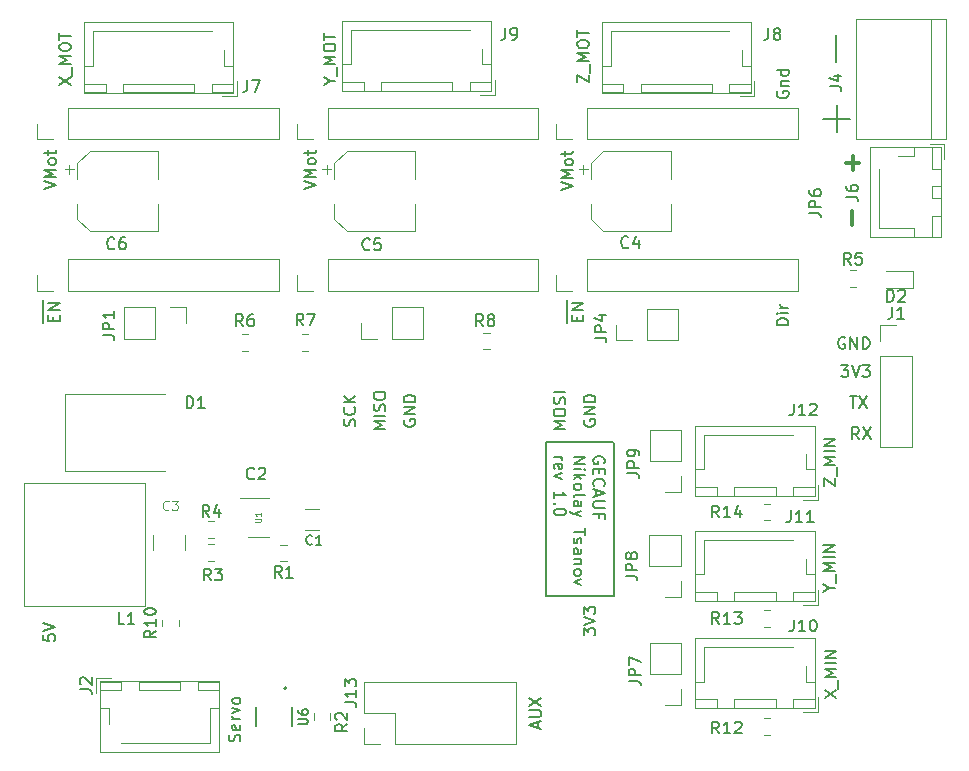
<source format=gbr>
G04 #@! TF.GenerationSoftware,KiCad,Pcbnew,5.1.5*
G04 #@! TF.CreationDate,2020-07-04T13:20:11+02:00*
G04 #@! TF.ProjectId,GECAUF,47454341-5546-42e6-9b69-6361645f7063,1.0*
G04 #@! TF.SameCoordinates,Original*
G04 #@! TF.FileFunction,Legend,Top*
G04 #@! TF.FilePolarity,Positive*
%FSLAX46Y46*%
G04 Gerber Fmt 4.6, Leading zero omitted, Abs format (unit mm)*
G04 Created by KiCad (PCBNEW 5.1.5) date 2020-07-04 13:20:11*
%MOMM*%
%LPD*%
G04 APERTURE LIST*
%ADD10C,0.150000*%
%ADD11C,0.300000*%
%ADD12C,0.120000*%
%ADD13C,0.127000*%
%ADD14C,0.200000*%
%ADD15C,0.080000*%
G04 APERTURE END LIST*
D10*
X150332440Y-149128480D02*
X150332440Y-136154160D01*
X144622520Y-149128480D02*
X150332440Y-149128480D01*
X144622520Y-136088120D02*
X144622520Y-149128480D01*
X150230840Y-136088120D02*
X144622520Y-136088120D01*
X149536040Y-137831444D02*
X149583659Y-137736206D01*
X149583659Y-137593349D01*
X149536040Y-137450492D01*
X149440801Y-137355254D01*
X149345563Y-137307635D01*
X149155087Y-137260016D01*
X149012230Y-137260016D01*
X148821754Y-137307635D01*
X148726516Y-137355254D01*
X148631278Y-137450492D01*
X148583659Y-137593349D01*
X148583659Y-137688587D01*
X148631278Y-137831444D01*
X148678897Y-137879063D01*
X149012230Y-137879063D01*
X149012230Y-137688587D01*
X149107468Y-138307635D02*
X149107468Y-138640968D01*
X148583659Y-138783825D02*
X148583659Y-138307635D01*
X149583659Y-138307635D01*
X149583659Y-138783825D01*
X148678897Y-139783825D02*
X148631278Y-139736206D01*
X148583659Y-139593349D01*
X148583659Y-139498111D01*
X148631278Y-139355254D01*
X148726516Y-139260016D01*
X148821754Y-139212397D01*
X149012230Y-139164778D01*
X149155087Y-139164778D01*
X149345563Y-139212397D01*
X149440801Y-139260016D01*
X149536040Y-139355254D01*
X149583659Y-139498111D01*
X149583659Y-139593349D01*
X149536040Y-139736206D01*
X149488420Y-139783825D01*
X148869373Y-140164778D02*
X148869373Y-140640968D01*
X148583659Y-140069540D02*
X149583659Y-140402873D01*
X148583659Y-140736206D01*
X149583659Y-141069540D02*
X148774135Y-141069540D01*
X148678897Y-141117159D01*
X148631278Y-141164778D01*
X148583659Y-141260016D01*
X148583659Y-141450492D01*
X148631278Y-141545730D01*
X148678897Y-141593349D01*
X148774135Y-141640968D01*
X149583659Y-141640968D01*
X149107468Y-142450492D02*
X149107468Y-142117159D01*
X148583659Y-142117159D02*
X149583659Y-142117159D01*
X149583659Y-142593349D01*
X146933659Y-137307635D02*
X147933659Y-137307635D01*
X146933659Y-137879063D01*
X147933659Y-137879063D01*
X146933659Y-138355254D02*
X147600325Y-138355254D01*
X147933659Y-138355254D02*
X147886040Y-138307635D01*
X147838420Y-138355254D01*
X147886040Y-138402873D01*
X147933659Y-138355254D01*
X147838420Y-138355254D01*
X146933659Y-138831444D02*
X147933659Y-138831444D01*
X147314611Y-138926682D02*
X146933659Y-139212397D01*
X147600325Y-139212397D02*
X147219373Y-138831444D01*
X146933659Y-139783825D02*
X146981278Y-139688587D01*
X147028897Y-139640968D01*
X147124135Y-139593349D01*
X147409849Y-139593349D01*
X147505087Y-139640968D01*
X147552706Y-139688587D01*
X147600325Y-139783825D01*
X147600325Y-139926682D01*
X147552706Y-140021920D01*
X147505087Y-140069540D01*
X147409849Y-140117159D01*
X147124135Y-140117159D01*
X147028897Y-140069540D01*
X146981278Y-140021920D01*
X146933659Y-139926682D01*
X146933659Y-139783825D01*
X146933659Y-140688587D02*
X146981278Y-140593349D01*
X147076516Y-140545730D01*
X147933659Y-140545730D01*
X146933659Y-141498111D02*
X147457468Y-141498111D01*
X147552706Y-141450492D01*
X147600325Y-141355254D01*
X147600325Y-141164778D01*
X147552706Y-141069540D01*
X146981278Y-141498111D02*
X146933659Y-141402873D01*
X146933659Y-141164778D01*
X146981278Y-141069540D01*
X147076516Y-141021920D01*
X147171754Y-141021920D01*
X147266992Y-141069540D01*
X147314611Y-141164778D01*
X147314611Y-141402873D01*
X147362230Y-141498111D01*
X147600325Y-141879063D02*
X146933659Y-142117159D01*
X147600325Y-142355254D02*
X146933659Y-142117159D01*
X146695563Y-142021920D01*
X146647944Y-141974301D01*
X146600325Y-141879063D01*
X147933659Y-143355254D02*
X147933659Y-143926682D01*
X146933659Y-143640968D02*
X147933659Y-143640968D01*
X146981278Y-144212397D02*
X146933659Y-144307635D01*
X146933659Y-144498111D01*
X146981278Y-144593349D01*
X147076516Y-144640968D01*
X147124135Y-144640968D01*
X147219373Y-144593349D01*
X147266992Y-144498111D01*
X147266992Y-144355254D01*
X147314611Y-144260016D01*
X147409849Y-144212397D01*
X147457468Y-144212397D01*
X147552706Y-144260016D01*
X147600325Y-144355254D01*
X147600325Y-144498111D01*
X147552706Y-144593349D01*
X146933659Y-145498111D02*
X147457468Y-145498111D01*
X147552706Y-145450492D01*
X147600325Y-145355254D01*
X147600325Y-145164778D01*
X147552706Y-145069540D01*
X146981278Y-145498111D02*
X146933659Y-145402873D01*
X146933659Y-145164778D01*
X146981278Y-145069540D01*
X147076516Y-145021920D01*
X147171754Y-145021920D01*
X147266992Y-145069540D01*
X147314611Y-145164778D01*
X147314611Y-145402873D01*
X147362230Y-145498111D01*
X147600325Y-145974301D02*
X146933659Y-145974301D01*
X147505087Y-145974301D02*
X147552706Y-146021920D01*
X147600325Y-146117159D01*
X147600325Y-146260016D01*
X147552706Y-146355254D01*
X147457468Y-146402873D01*
X146933659Y-146402873D01*
X146933659Y-147021920D02*
X146981278Y-146926682D01*
X147028897Y-146879063D01*
X147124135Y-146831444D01*
X147409849Y-146831444D01*
X147505087Y-146879063D01*
X147552706Y-146926682D01*
X147600325Y-147021920D01*
X147600325Y-147164778D01*
X147552706Y-147260016D01*
X147505087Y-147307635D01*
X147409849Y-147355254D01*
X147124135Y-147355254D01*
X147028897Y-147307635D01*
X146981278Y-147260016D01*
X146933659Y-147164778D01*
X146933659Y-147021920D01*
X147600325Y-147688587D02*
X146933659Y-147926682D01*
X147600325Y-148164778D01*
X145283659Y-137307635D02*
X145950325Y-137307635D01*
X145759849Y-137307635D02*
X145855087Y-137355254D01*
X145902706Y-137402873D01*
X145950325Y-137498111D01*
X145950325Y-137593349D01*
X145331278Y-138307635D02*
X145283659Y-138212397D01*
X145283659Y-138021920D01*
X145331278Y-137926682D01*
X145426516Y-137879063D01*
X145807468Y-137879063D01*
X145902706Y-137926682D01*
X145950325Y-138021920D01*
X145950325Y-138212397D01*
X145902706Y-138307635D01*
X145807468Y-138355254D01*
X145712230Y-138355254D01*
X145616992Y-137879063D01*
X145950325Y-138688587D02*
X145283659Y-138926682D01*
X145950325Y-139164778D01*
X145283659Y-140831444D02*
X145283659Y-140260016D01*
X145283659Y-140545730D02*
X146283659Y-140545730D01*
X146140801Y-140450492D01*
X146045563Y-140355254D01*
X145997944Y-140260016D01*
X145378897Y-141260016D02*
X145331278Y-141307635D01*
X145283659Y-141260016D01*
X145331278Y-141212397D01*
X145378897Y-141260016D01*
X145283659Y-141260016D01*
X146283659Y-141926682D02*
X146283659Y-142021920D01*
X146236040Y-142117159D01*
X146188420Y-142164778D01*
X146093182Y-142212397D01*
X145902706Y-142260016D01*
X145664611Y-142260016D01*
X145474135Y-142212397D01*
X145378897Y-142164778D01*
X145331278Y-142117159D01*
X145283659Y-142021920D01*
X145283659Y-141926682D01*
X145331278Y-141831444D01*
X145378897Y-141783825D01*
X145474135Y-141736206D01*
X145664611Y-141688587D01*
X145902706Y-141688587D01*
X146093182Y-141736206D01*
X146188420Y-141783825D01*
X146236040Y-141831444D01*
X146283659Y-141926682D01*
X102043900Y-126007690D02*
X102043900Y-125102928D01*
X102887471Y-125769595D02*
X102887471Y-125436261D01*
X103411280Y-125293404D02*
X103411280Y-125769595D01*
X102411280Y-125769595D01*
X102411280Y-125293404D01*
X102043900Y-125102928D02*
X102043900Y-124055309D01*
X103411280Y-124864833D02*
X102411280Y-124864833D01*
X103411280Y-124293404D01*
X102411280Y-124293404D01*
X146392300Y-126007690D02*
X146392300Y-125102928D01*
X147235871Y-125769595D02*
X147235871Y-125436261D01*
X147759680Y-125293404D02*
X147759680Y-125769595D01*
X146759680Y-125769595D01*
X146759680Y-125293404D01*
X146392300Y-125102928D02*
X146392300Y-124055309D01*
X147759680Y-124864833D02*
X146759680Y-124864833D01*
X147759680Y-124293404D01*
X146759680Y-124293404D01*
X169900695Y-127211200D02*
X169805457Y-127163580D01*
X169662600Y-127163580D01*
X169519742Y-127211200D01*
X169424504Y-127306438D01*
X169376885Y-127401676D01*
X169329266Y-127592152D01*
X169329266Y-127735009D01*
X169376885Y-127925485D01*
X169424504Y-128020723D01*
X169519742Y-128115961D01*
X169662600Y-128163580D01*
X169757838Y-128163580D01*
X169900695Y-128115961D01*
X169948314Y-128068342D01*
X169948314Y-127735009D01*
X169757838Y-127735009D01*
X170376885Y-128163580D02*
X170376885Y-127163580D01*
X170948314Y-128163580D01*
X170948314Y-127163580D01*
X171424504Y-128163580D02*
X171424504Y-127163580D01*
X171662600Y-127163580D01*
X171805457Y-127211200D01*
X171900695Y-127306438D01*
X171948314Y-127401676D01*
X171995933Y-127592152D01*
X171995933Y-127735009D01*
X171948314Y-127925485D01*
X171900695Y-128020723D01*
X171805457Y-128115961D01*
X171662600Y-128163580D01*
X171424504Y-128163580D01*
X171105533Y-135808980D02*
X170772200Y-135332790D01*
X170534104Y-135808980D02*
X170534104Y-134808980D01*
X170915057Y-134808980D01*
X171010295Y-134856600D01*
X171057914Y-134904219D01*
X171105533Y-134999457D01*
X171105533Y-135142314D01*
X171057914Y-135237552D01*
X171010295Y-135285171D01*
X170915057Y-135332790D01*
X170534104Y-135332790D01*
X171438866Y-134808980D02*
X172105533Y-135808980D01*
X172105533Y-134808980D02*
X171438866Y-135808980D01*
X170332495Y-132167380D02*
X170903923Y-132167380D01*
X170618209Y-133167380D02*
X170618209Y-132167380D01*
X171142019Y-132167380D02*
X171808685Y-133167380D01*
X171808685Y-132167380D02*
X171142019Y-133167380D01*
X169576904Y-129551180D02*
X170195952Y-129551180D01*
X169862619Y-129932133D01*
X170005476Y-129932133D01*
X170100714Y-129979752D01*
X170148333Y-130027371D01*
X170195952Y-130122609D01*
X170195952Y-130360704D01*
X170148333Y-130455942D01*
X170100714Y-130503561D01*
X170005476Y-130551180D01*
X169719761Y-130551180D01*
X169624523Y-130503561D01*
X169576904Y-130455942D01*
X170481666Y-129551180D02*
X170815000Y-130551180D01*
X171148333Y-129551180D01*
X171386428Y-129551180D02*
X172005476Y-129551180D01*
X171672142Y-129932133D01*
X171815000Y-129932133D01*
X171910238Y-129979752D01*
X171957857Y-130027371D01*
X172005476Y-130122609D01*
X172005476Y-130360704D01*
X171957857Y-130455942D01*
X171910238Y-130503561D01*
X171815000Y-130551180D01*
X171529285Y-130551180D01*
X171434047Y-130503561D01*
X171386428Y-130455942D01*
D11*
X170541142Y-117665428D02*
X170541142Y-116522571D01*
X169989571Y-112438642D02*
X171132428Y-112438642D01*
X170561000Y-113010071D02*
X170561000Y-111867214D01*
D10*
X169140214Y-101600142D02*
X169140214Y-103885857D01*
X168084642Y-108672285D02*
X170370357Y-108672285D01*
X169227500Y-109815142D02*
X169227500Y-107529428D01*
D12*
X170316148Y-121514800D02*
X170838652Y-121514800D01*
X170316148Y-122934800D02*
X170838652Y-122934800D01*
X162235000Y-106750000D02*
X162235000Y-105500000D01*
X160985000Y-106750000D02*
X162235000Y-106750000D01*
X150085000Y-101250000D02*
X155635000Y-101250000D01*
X150085000Y-104200000D02*
X150085000Y-101250000D01*
X149335000Y-104200000D02*
X150085000Y-104200000D01*
X155635000Y-101250000D02*
X160125000Y-101250000D01*
X161185000Y-104200000D02*
X161185000Y-102860000D01*
X161935000Y-104200000D02*
X161185000Y-104200000D01*
X149335000Y-106450000D02*
X151135000Y-106450000D01*
X149335000Y-105700000D02*
X149335000Y-106450000D01*
X151135000Y-105700000D02*
X149335000Y-105700000D01*
X151135000Y-106450000D02*
X151135000Y-105700000D01*
X160135000Y-106450000D02*
X161935000Y-106450000D01*
X160135000Y-105700000D02*
X160135000Y-106450000D01*
X161935000Y-105700000D02*
X160135000Y-105700000D01*
X161935000Y-106450000D02*
X161935000Y-105700000D01*
X152635000Y-106450000D02*
X158635000Y-106450000D01*
X152635000Y-105700000D02*
X152635000Y-106450000D01*
X158635000Y-105700000D02*
X152635000Y-105700000D01*
X158635000Y-106450000D02*
X158635000Y-105700000D01*
X149325000Y-106460000D02*
X161945000Y-106460000D01*
X149325000Y-100490000D02*
X149325000Y-106460000D01*
X161945000Y-100490000D02*
X149325000Y-100490000D01*
X161945000Y-106460000D02*
X161945000Y-100490000D01*
X124175436Y-141711000D02*
X125379564Y-141711000D01*
X124175436Y-143531000D02*
X125379564Y-143531000D01*
X111352500Y-145164564D02*
X111352500Y-143960436D01*
X114072500Y-145164564D02*
X114072500Y-143960436D01*
X155208000Y-118218000D02*
X155208000Y-115868000D01*
X155208000Y-111398000D02*
X155208000Y-113748000D01*
X149452437Y-111398000D02*
X155208000Y-111398000D01*
X149452437Y-118218000D02*
X155208000Y-118218000D01*
X148388000Y-117153563D02*
X148388000Y-115868000D01*
X148388000Y-112462437D02*
X148388000Y-113748000D01*
X148388000Y-112462437D02*
X149452437Y-111398000D01*
X148388000Y-117153563D02*
X149452437Y-118218000D01*
X147360500Y-112960500D02*
X148148000Y-112960500D01*
X147754250Y-112566750D02*
X147754250Y-113354250D01*
X126037250Y-112566750D02*
X126037250Y-113354250D01*
X125643500Y-112960500D02*
X126431000Y-112960500D01*
X126671000Y-117153563D02*
X127735437Y-118218000D01*
X126671000Y-112462437D02*
X127735437Y-111398000D01*
X126671000Y-112462437D02*
X126671000Y-113748000D01*
X126671000Y-117153563D02*
X126671000Y-115868000D01*
X127735437Y-118218000D02*
X133491000Y-118218000D01*
X127735437Y-111398000D02*
X133491000Y-111398000D01*
X133491000Y-111398000D02*
X133491000Y-113748000D01*
X133491000Y-118218000D02*
X133491000Y-115868000D01*
X111708000Y-118218000D02*
X111708000Y-115868000D01*
X111708000Y-111398000D02*
X111708000Y-113748000D01*
X105952437Y-111398000D02*
X111708000Y-111398000D01*
X105952437Y-118218000D02*
X111708000Y-118218000D01*
X104888000Y-117153563D02*
X104888000Y-115868000D01*
X104888000Y-112462437D02*
X104888000Y-113748000D01*
X104888000Y-112462437D02*
X105952437Y-111398000D01*
X104888000Y-117153563D02*
X105952437Y-118218000D01*
X103860500Y-112960500D02*
X104648000Y-112960500D01*
X104254250Y-112566750D02*
X104254250Y-113354250D01*
X103912000Y-138505000D02*
X103912000Y-132005000D01*
X103912000Y-138505000D02*
X112312000Y-138505000D01*
X103912000Y-132005000D02*
X112312000Y-132005000D01*
X173418700Y-123010600D02*
X175703700Y-123010600D01*
X175703700Y-123010600D02*
X175703700Y-121540600D01*
X175703700Y-121540600D02*
X173418700Y-121540600D01*
X172914000Y-126178000D02*
X174244000Y-126178000D01*
X172914000Y-127508000D02*
X172914000Y-126178000D01*
X172914000Y-128778000D02*
X175574000Y-128778000D01*
X175574000Y-128778000D02*
X175574000Y-136458000D01*
X172914000Y-128778000D02*
X172914000Y-136458000D01*
X172914000Y-136458000D02*
X175574000Y-136458000D01*
X106817480Y-156320480D02*
X106817480Y-162290480D01*
X106817480Y-162290480D02*
X116937480Y-162290480D01*
X116937480Y-162290480D02*
X116937480Y-156320480D01*
X116937480Y-156320480D02*
X106817480Y-156320480D01*
X110127480Y-156330480D02*
X110127480Y-157080480D01*
X110127480Y-157080480D02*
X113627480Y-157080480D01*
X113627480Y-157080480D02*
X113627480Y-156330480D01*
X113627480Y-156330480D02*
X110127480Y-156330480D01*
X106827480Y-156330480D02*
X106827480Y-157080480D01*
X106827480Y-157080480D02*
X108627480Y-157080480D01*
X108627480Y-157080480D02*
X108627480Y-156330480D01*
X108627480Y-156330480D02*
X106827480Y-156330480D01*
X115127480Y-156330480D02*
X115127480Y-157080480D01*
X115127480Y-157080480D02*
X116927480Y-157080480D01*
X116927480Y-157080480D02*
X116927480Y-156330480D01*
X116927480Y-156330480D02*
X115127480Y-156330480D01*
X106827480Y-158580480D02*
X107577480Y-158580480D01*
X107577480Y-158580480D02*
X107577480Y-159920480D01*
X111877480Y-161530480D02*
X108637480Y-161530480D01*
X116927480Y-158580480D02*
X116177480Y-158580480D01*
X116177480Y-158580480D02*
X116177480Y-161530480D01*
X116177480Y-161530480D02*
X111877480Y-161530480D01*
X107777480Y-156030480D02*
X106527480Y-156030480D01*
X106527480Y-156030480D02*
X106527480Y-157280480D01*
X177165000Y-100203000D02*
X177165000Y-110363000D01*
X178435000Y-100203000D02*
X170815000Y-100203000D01*
X170815000Y-100203000D02*
X170815000Y-110363000D01*
X170815000Y-110363000D02*
X178435000Y-110363000D01*
X178435000Y-110363000D02*
X178435000Y-100203000D01*
X178327500Y-110815000D02*
X177077500Y-110815000D01*
X178327500Y-112065000D02*
X178327500Y-110815000D01*
X172827500Y-117965000D02*
X172827500Y-114915000D01*
X175777500Y-117965000D02*
X172827500Y-117965000D01*
X175777500Y-118715000D02*
X175777500Y-117965000D01*
X172827500Y-114915000D02*
X172827500Y-112925000D01*
X175777500Y-111865000D02*
X174437500Y-111865000D01*
X175777500Y-111115000D02*
X175777500Y-111865000D01*
X178027500Y-118715000D02*
X178027500Y-116915000D01*
X177277500Y-118715000D02*
X178027500Y-118715000D01*
X177277500Y-116915000D02*
X177277500Y-118715000D01*
X178027500Y-116915000D02*
X177277500Y-116915000D01*
X178027500Y-112915000D02*
X178027500Y-111115000D01*
X177277500Y-112915000D02*
X178027500Y-112915000D01*
X177277500Y-111115000D02*
X177277500Y-112915000D01*
X178027500Y-111115000D02*
X177277500Y-111115000D01*
X178027500Y-115415000D02*
X178027500Y-114415000D01*
X177277500Y-115415000D02*
X178027500Y-115415000D01*
X177277500Y-114415000D02*
X177277500Y-115415000D01*
X178027500Y-114415000D02*
X177277500Y-114415000D01*
X178037500Y-118725000D02*
X178037500Y-111105000D01*
X172067500Y-118725000D02*
X178037500Y-118725000D01*
X172067500Y-111105000D02*
X172067500Y-118725000D01*
X178037500Y-111105000D02*
X172067500Y-111105000D01*
X118130000Y-106460000D02*
X118130000Y-100490000D01*
X118130000Y-100490000D02*
X105510000Y-100490000D01*
X105510000Y-100490000D02*
X105510000Y-106460000D01*
X105510000Y-106460000D02*
X118130000Y-106460000D01*
X114820000Y-106450000D02*
X114820000Y-105700000D01*
X114820000Y-105700000D02*
X108820000Y-105700000D01*
X108820000Y-105700000D02*
X108820000Y-106450000D01*
X108820000Y-106450000D02*
X114820000Y-106450000D01*
X118120000Y-106450000D02*
X118120000Y-105700000D01*
X118120000Y-105700000D02*
X116320000Y-105700000D01*
X116320000Y-105700000D02*
X116320000Y-106450000D01*
X116320000Y-106450000D02*
X118120000Y-106450000D01*
X107320000Y-106450000D02*
X107320000Y-105700000D01*
X107320000Y-105700000D02*
X105520000Y-105700000D01*
X105520000Y-105700000D02*
X105520000Y-106450000D01*
X105520000Y-106450000D02*
X107320000Y-106450000D01*
X118120000Y-104200000D02*
X117370000Y-104200000D01*
X117370000Y-104200000D02*
X117370000Y-102860000D01*
X111820000Y-101250000D02*
X116310000Y-101250000D01*
X105520000Y-104200000D02*
X106270000Y-104200000D01*
X106270000Y-104200000D02*
X106270000Y-101250000D01*
X106270000Y-101250000D02*
X111820000Y-101250000D01*
X117170000Y-106750000D02*
X118420000Y-106750000D01*
X118420000Y-106750000D02*
X118420000Y-105500000D01*
X140264000Y-106636000D02*
X140264000Y-105386000D01*
X139014000Y-106636000D02*
X140264000Y-106636000D01*
X128114000Y-101136000D02*
X133664000Y-101136000D01*
X128114000Y-104086000D02*
X128114000Y-101136000D01*
X127364000Y-104086000D02*
X128114000Y-104086000D01*
X133664000Y-101136000D02*
X138154000Y-101136000D01*
X139214000Y-104086000D02*
X139214000Y-102746000D01*
X139964000Y-104086000D02*
X139214000Y-104086000D01*
X127364000Y-106336000D02*
X129164000Y-106336000D01*
X127364000Y-105586000D02*
X127364000Y-106336000D01*
X129164000Y-105586000D02*
X127364000Y-105586000D01*
X129164000Y-106336000D02*
X129164000Y-105586000D01*
X138164000Y-106336000D02*
X139964000Y-106336000D01*
X138164000Y-105586000D02*
X138164000Y-106336000D01*
X139964000Y-105586000D02*
X138164000Y-105586000D01*
X139964000Y-106336000D02*
X139964000Y-105586000D01*
X130664000Y-106336000D02*
X136664000Y-106336000D01*
X130664000Y-105586000D02*
X130664000Y-106336000D01*
X136664000Y-105586000D02*
X130664000Y-105586000D01*
X136664000Y-106336000D02*
X136664000Y-105586000D01*
X127354000Y-106346000D02*
X139974000Y-106346000D01*
X127354000Y-100376000D02*
X127354000Y-106346000D01*
X139974000Y-100376000D02*
X127354000Y-100376000D01*
X139974000Y-106346000D02*
X139974000Y-100376000D01*
X167650000Y-158896500D02*
X167650000Y-157646500D01*
X166400000Y-158896500D02*
X167650000Y-158896500D01*
X158000000Y-153396500D02*
X162300000Y-153396500D01*
X158000000Y-156346500D02*
X158000000Y-153396500D01*
X157250000Y-156346500D02*
X158000000Y-156346500D01*
X162300000Y-153396500D02*
X165540000Y-153396500D01*
X166600000Y-156346500D02*
X166600000Y-155006500D01*
X167350000Y-156346500D02*
X166600000Y-156346500D01*
X157250000Y-158596500D02*
X159050000Y-158596500D01*
X157250000Y-157846500D02*
X157250000Y-158596500D01*
X159050000Y-157846500D02*
X157250000Y-157846500D01*
X159050000Y-158596500D02*
X159050000Y-157846500D01*
X165550000Y-158596500D02*
X167350000Y-158596500D01*
X165550000Y-157846500D02*
X165550000Y-158596500D01*
X167350000Y-157846500D02*
X165550000Y-157846500D01*
X167350000Y-158596500D02*
X167350000Y-157846500D01*
X160550000Y-158596500D02*
X164050000Y-158596500D01*
X160550000Y-157846500D02*
X160550000Y-158596500D01*
X164050000Y-157846500D02*
X160550000Y-157846500D01*
X164050000Y-158596500D02*
X164050000Y-157846500D01*
X157240000Y-158606500D02*
X167360000Y-158606500D01*
X157240000Y-152636500D02*
X157240000Y-158606500D01*
X167360000Y-152636500D02*
X157240000Y-152636500D01*
X167360000Y-158606500D02*
X167360000Y-152636500D01*
X167360000Y-149526000D02*
X167360000Y-143556000D01*
X167360000Y-143556000D02*
X157240000Y-143556000D01*
X157240000Y-143556000D02*
X157240000Y-149526000D01*
X157240000Y-149526000D02*
X167360000Y-149526000D01*
X164050000Y-149516000D02*
X164050000Y-148766000D01*
X164050000Y-148766000D02*
X160550000Y-148766000D01*
X160550000Y-148766000D02*
X160550000Y-149516000D01*
X160550000Y-149516000D02*
X164050000Y-149516000D01*
X167350000Y-149516000D02*
X167350000Y-148766000D01*
X167350000Y-148766000D02*
X165550000Y-148766000D01*
X165550000Y-148766000D02*
X165550000Y-149516000D01*
X165550000Y-149516000D02*
X167350000Y-149516000D01*
X159050000Y-149516000D02*
X159050000Y-148766000D01*
X159050000Y-148766000D02*
X157250000Y-148766000D01*
X157250000Y-148766000D02*
X157250000Y-149516000D01*
X157250000Y-149516000D02*
X159050000Y-149516000D01*
X167350000Y-147266000D02*
X166600000Y-147266000D01*
X166600000Y-147266000D02*
X166600000Y-145926000D01*
X162300000Y-144316000D02*
X165540000Y-144316000D01*
X157250000Y-147266000D02*
X158000000Y-147266000D01*
X158000000Y-147266000D02*
X158000000Y-144316000D01*
X158000000Y-144316000D02*
X162300000Y-144316000D01*
X166400000Y-149816000D02*
X167650000Y-149816000D01*
X167650000Y-149816000D02*
X167650000Y-148566000D01*
X167650000Y-140926000D02*
X167650000Y-139676000D01*
X166400000Y-140926000D02*
X167650000Y-140926000D01*
X158000000Y-135426000D02*
X162300000Y-135426000D01*
X158000000Y-138376000D02*
X158000000Y-135426000D01*
X157250000Y-138376000D02*
X158000000Y-138376000D01*
X162300000Y-135426000D02*
X165540000Y-135426000D01*
X166600000Y-138376000D02*
X166600000Y-137036000D01*
X167350000Y-138376000D02*
X166600000Y-138376000D01*
X157250000Y-140626000D02*
X159050000Y-140626000D01*
X157250000Y-139876000D02*
X157250000Y-140626000D01*
X159050000Y-139876000D02*
X157250000Y-139876000D01*
X159050000Y-140626000D02*
X159050000Y-139876000D01*
X165550000Y-140626000D02*
X167350000Y-140626000D01*
X165550000Y-139876000D02*
X165550000Y-140626000D01*
X167350000Y-139876000D02*
X165550000Y-139876000D01*
X167350000Y-140626000D02*
X167350000Y-139876000D01*
X160550000Y-140626000D02*
X164050000Y-140626000D01*
X160550000Y-139876000D02*
X160550000Y-140626000D01*
X164050000Y-139876000D02*
X160550000Y-139876000D01*
X164050000Y-140626000D02*
X164050000Y-139876000D01*
X157240000Y-140636000D02*
X167360000Y-140636000D01*
X157240000Y-134666000D02*
X157240000Y-140636000D01*
X167360000Y-134666000D02*
X157240000Y-134666000D01*
X167360000Y-140636000D02*
X167360000Y-134666000D01*
X114106000Y-124654000D02*
X114106000Y-125984000D01*
X112776000Y-124654000D02*
X114106000Y-124654000D01*
X111506000Y-124654000D02*
X111506000Y-127314000D01*
X111506000Y-127314000D02*
X108906000Y-127314000D01*
X111506000Y-124654000D02*
X108906000Y-124654000D01*
X108906000Y-124654000D02*
X108906000Y-127314000D01*
X128972000Y-127314000D02*
X128972000Y-125984000D01*
X130302000Y-127314000D02*
X128972000Y-127314000D01*
X131572000Y-127314000D02*
X131572000Y-124654000D01*
X131572000Y-124654000D02*
X134172000Y-124654000D01*
X131572000Y-127314000D02*
X134172000Y-127314000D01*
X134172000Y-127314000D02*
X134172000Y-124654000D01*
X155762000Y-127441000D02*
X155762000Y-124781000D01*
X153162000Y-127441000D02*
X155762000Y-127441000D01*
X153162000Y-124781000D02*
X155762000Y-124781000D01*
X153162000Y-127441000D02*
X153162000Y-124781000D01*
X151892000Y-127441000D02*
X150562000Y-127441000D01*
X150562000Y-127441000D02*
X150562000Y-126111000D01*
X156030000Y-153102000D02*
X153370000Y-153102000D01*
X156030000Y-155702000D02*
X156030000Y-153102000D01*
X153370000Y-155702000D02*
X153370000Y-153102000D01*
X156030000Y-155702000D02*
X153370000Y-155702000D01*
X156030000Y-156972000D02*
X156030000Y-158302000D01*
X156030000Y-158302000D02*
X154700000Y-158302000D01*
X156016000Y-143958000D02*
X153356000Y-143958000D01*
X156016000Y-146558000D02*
X156016000Y-143958000D01*
X153356000Y-146558000D02*
X153356000Y-143958000D01*
X156016000Y-146558000D02*
X153356000Y-146558000D01*
X156016000Y-147828000D02*
X156016000Y-149158000D01*
X156016000Y-149158000D02*
X154686000Y-149158000D01*
X156030000Y-140268000D02*
X154700000Y-140268000D01*
X156030000Y-138938000D02*
X156030000Y-140268000D01*
X156030000Y-137668000D02*
X153370000Y-137668000D01*
X153370000Y-137668000D02*
X153370000Y-135068000D01*
X156030000Y-137668000D02*
X156030000Y-135068000D01*
X156030000Y-135068000D02*
X153370000Y-135068000D01*
X110687000Y-149906000D02*
X110687000Y-139506000D01*
X100387000Y-149906000D02*
X100387000Y-139506000D01*
X110687000Y-139506000D02*
X100387000Y-139506000D01*
X110617000Y-149906000D02*
X100387000Y-149906000D01*
X122634752Y-144730400D02*
X122112248Y-144730400D01*
X122634752Y-146150400D02*
X122112248Y-146150400D01*
X126343480Y-159027228D02*
X126343480Y-159549732D01*
X124923480Y-159027228D02*
X124923480Y-159549732D01*
X116520752Y-146148000D02*
X115998248Y-146148000D01*
X116520752Y-144728000D02*
X115998248Y-144728000D01*
X116520752Y-142749200D02*
X115998248Y-142749200D01*
X116520752Y-144169200D02*
X115998248Y-144169200D01*
X118855748Y-126925000D02*
X119378252Y-126925000D01*
X118855748Y-128345000D02*
X119378252Y-128345000D01*
X124467252Y-128345000D02*
X123944748Y-128345000D01*
X124467252Y-126925000D02*
X123944748Y-126925000D01*
X139825252Y-128218000D02*
X139302748Y-128218000D01*
X139825252Y-126798000D02*
X139302748Y-126798000D01*
X113486000Y-151636252D02*
X113486000Y-151113748D01*
X112066000Y-151636252D02*
X112066000Y-151113748D01*
X163069748Y-160857000D02*
X163592252Y-160857000D01*
X163069748Y-159437000D02*
X163592252Y-159437000D01*
X163060748Y-151713000D02*
X163583252Y-151713000D01*
X163060748Y-150293000D02*
X163583252Y-150293000D01*
X163060748Y-141276000D02*
X163583252Y-141276000D01*
X163060748Y-142696000D02*
X163583252Y-142696000D01*
X119330900Y-144053200D02*
X121130900Y-144053200D01*
X121130900Y-140833200D02*
X118680900Y-140833200D01*
X101540000Y-123230000D02*
X101540000Y-121900000D01*
X102870000Y-123230000D02*
X101540000Y-123230000D01*
X104140000Y-123230000D02*
X104140000Y-120570000D01*
X104140000Y-120570000D02*
X121980000Y-120570000D01*
X104140000Y-123230000D02*
X121980000Y-123230000D01*
X121980000Y-123230000D02*
X121980000Y-120570000D01*
X104140000Y-107770000D02*
X121980000Y-107770000D01*
X104140000Y-110430000D02*
X121980000Y-110430000D01*
X104140000Y-110430000D02*
X104140000Y-107770000D01*
X121980000Y-110430000D02*
X121980000Y-107770000D01*
X101540000Y-110430000D02*
X101540000Y-109100000D01*
X102870000Y-110430000D02*
X101540000Y-110430000D01*
X124841000Y-110430000D02*
X123511000Y-110430000D01*
X123511000Y-110430000D02*
X123511000Y-109100000D01*
X143951000Y-110430000D02*
X143951000Y-107770000D01*
X126111000Y-110430000D02*
X126111000Y-107770000D01*
X126111000Y-110430000D02*
X143951000Y-110430000D01*
X126111000Y-107770000D02*
X143951000Y-107770000D01*
X143951000Y-123230000D02*
X143951000Y-120570000D01*
X126111000Y-123230000D02*
X143951000Y-123230000D01*
X126111000Y-120570000D02*
X143951000Y-120570000D01*
X126111000Y-123230000D02*
X126111000Y-120570000D01*
X124841000Y-123230000D02*
X123511000Y-123230000D01*
X123511000Y-123230000D02*
X123511000Y-121900000D01*
X145482000Y-123230000D02*
X145482000Y-121900000D01*
X146812000Y-123230000D02*
X145482000Y-123230000D01*
X148082000Y-123230000D02*
X148082000Y-120570000D01*
X148082000Y-120570000D02*
X165922000Y-120570000D01*
X148082000Y-123230000D02*
X165922000Y-123230000D01*
X165922000Y-123230000D02*
X165922000Y-120570000D01*
X148082000Y-107770000D02*
X165922000Y-107770000D01*
X148082000Y-110430000D02*
X165922000Y-110430000D01*
X148082000Y-110430000D02*
X148082000Y-107770000D01*
X165922000Y-110430000D02*
X165922000Y-107770000D01*
X145482000Y-110430000D02*
X145482000Y-109100000D01*
X146812000Y-110430000D02*
X145482000Y-110430000D01*
D13*
X123123480Y-158488480D02*
X123123480Y-160088480D01*
X120015480Y-158488480D02*
X120015480Y-160088480D01*
D14*
X122619480Y-156888480D02*
G75*
G03X122619480Y-156888480I-100000J0D01*
G01*
D12*
X142046000Y-161604000D02*
X142046000Y-156404000D01*
X131826000Y-161604000D02*
X142046000Y-161604000D01*
X129226000Y-156404000D02*
X142046000Y-156404000D01*
X131826000Y-161604000D02*
X131826000Y-159004000D01*
X131826000Y-159004000D02*
X129226000Y-159004000D01*
X129226000Y-159004000D02*
X129226000Y-156404000D01*
X130556000Y-161604000D02*
X129226000Y-161604000D01*
X129226000Y-161604000D02*
X129226000Y-160274000D01*
D10*
X170410733Y-121027180D02*
X170077400Y-120550990D01*
X169839304Y-121027180D02*
X169839304Y-120027180D01*
X170220257Y-120027180D01*
X170315495Y-120074800D01*
X170363114Y-120122419D01*
X170410733Y-120217657D01*
X170410733Y-120360514D01*
X170363114Y-120455752D01*
X170315495Y-120503371D01*
X170220257Y-120550990D01*
X169839304Y-120550990D01*
X171315495Y-120027180D02*
X170839304Y-120027180D01*
X170791685Y-120503371D01*
X170839304Y-120455752D01*
X170934542Y-120408133D01*
X171172638Y-120408133D01*
X171267876Y-120455752D01*
X171315495Y-120503371D01*
X171363114Y-120598609D01*
X171363114Y-120836704D01*
X171315495Y-120931942D01*
X171267876Y-120979561D01*
X171172638Y-121027180D01*
X170934542Y-121027180D01*
X170839304Y-120979561D01*
X170791685Y-120931942D01*
X147836000Y-134169904D02*
X147788380Y-134265142D01*
X147788380Y-134408000D01*
X147836000Y-134550857D01*
X147931238Y-134646095D01*
X148026476Y-134693714D01*
X148216952Y-134741333D01*
X148359809Y-134741333D01*
X148550285Y-134693714D01*
X148645523Y-134646095D01*
X148740761Y-134550857D01*
X148788380Y-134408000D01*
X148788380Y-134312761D01*
X148740761Y-134169904D01*
X148693142Y-134122285D01*
X148359809Y-134122285D01*
X148359809Y-134312761D01*
X148788380Y-133693714D02*
X147788380Y-133693714D01*
X148788380Y-133122285D01*
X147788380Y-133122285D01*
X148788380Y-132646095D02*
X147788380Y-132646095D01*
X147788380Y-132408000D01*
X147836000Y-132265142D01*
X147931238Y-132169904D01*
X148026476Y-132122285D01*
X148216952Y-132074666D01*
X148359809Y-132074666D01*
X148550285Y-132122285D01*
X148645523Y-132169904D01*
X148740761Y-132265142D01*
X148788380Y-132408000D01*
X148788380Y-132646095D01*
X147788380Y-152426095D02*
X147788380Y-151807047D01*
X148169333Y-152140380D01*
X148169333Y-151997523D01*
X148216952Y-151902285D01*
X148264571Y-151854666D01*
X148359809Y-151807047D01*
X148597904Y-151807047D01*
X148693142Y-151854666D01*
X148740761Y-151902285D01*
X148788380Y-151997523D01*
X148788380Y-152283238D01*
X148740761Y-152378476D01*
X148693142Y-152426095D01*
X147788380Y-151521333D02*
X148788380Y-151188000D01*
X147788380Y-150854666D01*
X147788380Y-150616571D02*
X147788380Y-149997523D01*
X148169333Y-150330857D01*
X148169333Y-150188000D01*
X148216952Y-150092761D01*
X148264571Y-150045142D01*
X148359809Y-149997523D01*
X148597904Y-149997523D01*
X148693142Y-150045142D01*
X148740761Y-150092761D01*
X148788380Y-150188000D01*
X148788380Y-150473714D01*
X148740761Y-150568952D01*
X148693142Y-150616571D01*
X102042980Y-152361876D02*
X102042980Y-152838066D01*
X102519171Y-152885685D01*
X102471552Y-152838066D01*
X102423933Y-152742828D01*
X102423933Y-152504733D01*
X102471552Y-152409495D01*
X102519171Y-152361876D01*
X102614409Y-152314257D01*
X102852504Y-152314257D01*
X102947742Y-152361876D01*
X102995361Y-152409495D01*
X103042980Y-152504733D01*
X103042980Y-152742828D01*
X102995361Y-152838066D01*
X102947742Y-152885685D01*
X102042980Y-152028542D02*
X103042980Y-151695209D01*
X102042980Y-151361876D01*
X146248380Y-134979428D02*
X145248380Y-134979428D01*
X145962666Y-134646095D01*
X145248380Y-134312761D01*
X146248380Y-134312761D01*
X145248380Y-133646095D02*
X145248380Y-133455619D01*
X145296000Y-133360380D01*
X145391238Y-133265142D01*
X145581714Y-133217523D01*
X145915047Y-133217523D01*
X146105523Y-133265142D01*
X146200761Y-133360380D01*
X146248380Y-133455619D01*
X146248380Y-133646095D01*
X146200761Y-133741333D01*
X146105523Y-133836571D01*
X145915047Y-133884190D01*
X145581714Y-133884190D01*
X145391238Y-133836571D01*
X145296000Y-133741333D01*
X145248380Y-133646095D01*
X146200761Y-132836571D02*
X146248380Y-132693714D01*
X146248380Y-132455619D01*
X146200761Y-132360380D01*
X146153142Y-132312761D01*
X146057904Y-132265142D01*
X145962666Y-132265142D01*
X145867428Y-132312761D01*
X145819809Y-132360380D01*
X145772190Y-132455619D01*
X145724571Y-132646095D01*
X145676952Y-132741333D01*
X145629333Y-132788952D01*
X145534095Y-132836571D01*
X145438857Y-132836571D01*
X145343619Y-132788952D01*
X145296000Y-132741333D01*
X145248380Y-132646095D01*
X145248380Y-132408000D01*
X145296000Y-132265142D01*
X146248380Y-131836571D02*
X145248380Y-131836571D01*
X131008380Y-134979428D02*
X130008380Y-134979428D01*
X130722666Y-134646095D01*
X130008380Y-134312761D01*
X131008380Y-134312761D01*
X131008380Y-133836571D02*
X130008380Y-133836571D01*
X130960761Y-133408000D02*
X131008380Y-133265142D01*
X131008380Y-133027047D01*
X130960761Y-132931809D01*
X130913142Y-132884190D01*
X130817904Y-132836571D01*
X130722666Y-132836571D01*
X130627428Y-132884190D01*
X130579809Y-132931809D01*
X130532190Y-133027047D01*
X130484571Y-133217523D01*
X130436952Y-133312761D01*
X130389333Y-133360380D01*
X130294095Y-133408000D01*
X130198857Y-133408000D01*
X130103619Y-133360380D01*
X130056000Y-133312761D01*
X130008380Y-133217523D01*
X130008380Y-132979428D01*
X130056000Y-132836571D01*
X130008380Y-132217523D02*
X130008380Y-132027047D01*
X130056000Y-131931809D01*
X130151238Y-131836571D01*
X130341714Y-131788952D01*
X130675047Y-131788952D01*
X130865523Y-131836571D01*
X130960761Y-131931809D01*
X131008380Y-132027047D01*
X131008380Y-132217523D01*
X130960761Y-132312761D01*
X130865523Y-132408000D01*
X130675047Y-132455619D01*
X130341714Y-132455619D01*
X130151238Y-132408000D01*
X130056000Y-132312761D01*
X130008380Y-132217523D01*
X128420761Y-134693714D02*
X128468380Y-134550857D01*
X128468380Y-134312761D01*
X128420761Y-134217523D01*
X128373142Y-134169904D01*
X128277904Y-134122285D01*
X128182666Y-134122285D01*
X128087428Y-134169904D01*
X128039809Y-134217523D01*
X127992190Y-134312761D01*
X127944571Y-134503238D01*
X127896952Y-134598476D01*
X127849333Y-134646095D01*
X127754095Y-134693714D01*
X127658857Y-134693714D01*
X127563619Y-134646095D01*
X127516000Y-134598476D01*
X127468380Y-134503238D01*
X127468380Y-134265142D01*
X127516000Y-134122285D01*
X128373142Y-133122285D02*
X128420761Y-133169904D01*
X128468380Y-133312761D01*
X128468380Y-133408000D01*
X128420761Y-133550857D01*
X128325523Y-133646095D01*
X128230285Y-133693714D01*
X128039809Y-133741333D01*
X127896952Y-133741333D01*
X127706476Y-133693714D01*
X127611238Y-133646095D01*
X127516000Y-133550857D01*
X127468380Y-133408000D01*
X127468380Y-133312761D01*
X127516000Y-133169904D01*
X127563619Y-133122285D01*
X128468380Y-132693714D02*
X127468380Y-132693714D01*
X128468380Y-132122285D02*
X127896952Y-132550857D01*
X127468380Y-132122285D02*
X128039809Y-132693714D01*
X132596000Y-134169904D02*
X132548380Y-134265142D01*
X132548380Y-134408000D01*
X132596000Y-134550857D01*
X132691238Y-134646095D01*
X132786476Y-134693714D01*
X132976952Y-134741333D01*
X133119809Y-134741333D01*
X133310285Y-134693714D01*
X133405523Y-134646095D01*
X133500761Y-134550857D01*
X133548380Y-134408000D01*
X133548380Y-134312761D01*
X133500761Y-134169904D01*
X133453142Y-134122285D01*
X133119809Y-134122285D01*
X133119809Y-134312761D01*
X133548380Y-133693714D02*
X132548380Y-133693714D01*
X133548380Y-133122285D01*
X132548380Y-133122285D01*
X133548380Y-132646095D02*
X132548380Y-132646095D01*
X132548380Y-132408000D01*
X132596000Y-132265142D01*
X132691238Y-132169904D01*
X132786476Y-132122285D01*
X132976952Y-132074666D01*
X133119809Y-132074666D01*
X133310285Y-132122285D01*
X133405523Y-132169904D01*
X133500761Y-132265142D01*
X133548380Y-132408000D01*
X133548380Y-132646095D01*
X163435706Y-101016820D02*
X163435706Y-101731106D01*
X163388087Y-101873963D01*
X163292849Y-101969201D01*
X163149992Y-102016820D01*
X163054754Y-102016820D01*
X164054754Y-101445392D02*
X163959516Y-101397773D01*
X163911897Y-101350154D01*
X163864278Y-101254916D01*
X163864278Y-101207297D01*
X163911897Y-101112059D01*
X163959516Y-101064440D01*
X164054754Y-101016820D01*
X164245230Y-101016820D01*
X164340468Y-101064440D01*
X164388087Y-101112059D01*
X164435706Y-101207297D01*
X164435706Y-101254916D01*
X164388087Y-101350154D01*
X164340468Y-101397773D01*
X164245230Y-101445392D01*
X164054754Y-101445392D01*
X163959516Y-101493011D01*
X163911897Y-101540630D01*
X163864278Y-101635868D01*
X163864278Y-101826344D01*
X163911897Y-101921582D01*
X163959516Y-101969201D01*
X164054754Y-102016820D01*
X164245230Y-102016820D01*
X164340468Y-101969201D01*
X164388087Y-101921582D01*
X164435706Y-101826344D01*
X164435706Y-101635868D01*
X164388087Y-101540630D01*
X164340468Y-101493011D01*
X164245230Y-101445392D01*
X147242280Y-105606576D02*
X147242280Y-104939909D01*
X148242280Y-105606576D01*
X148242280Y-104939909D01*
X148337519Y-104797052D02*
X148337519Y-104035147D01*
X148242280Y-103797052D02*
X147242280Y-103797052D01*
X147956566Y-103463719D01*
X147242280Y-103130385D01*
X148242280Y-103130385D01*
X147242280Y-102463719D02*
X147242280Y-102273242D01*
X147289900Y-102178004D01*
X147385138Y-102082766D01*
X147575614Y-102035147D01*
X147908947Y-102035147D01*
X148099423Y-102082766D01*
X148194661Y-102178004D01*
X148242280Y-102273242D01*
X148242280Y-102463719D01*
X148194661Y-102558957D01*
X148099423Y-102654195D01*
X147908947Y-102701814D01*
X147575614Y-102701814D01*
X147385138Y-102654195D01*
X147289900Y-102558957D01*
X147242280Y-102463719D01*
X147242280Y-101749433D02*
X147242280Y-101178004D01*
X148242280Y-101463719D02*
X147242280Y-101463719D01*
X124811806Y-144664394D02*
X124773711Y-144702489D01*
X124659425Y-144740584D01*
X124583235Y-144740584D01*
X124468949Y-144702489D01*
X124392759Y-144626299D01*
X124354663Y-144550108D01*
X124316568Y-144397727D01*
X124316568Y-144283441D01*
X124354663Y-144131060D01*
X124392759Y-144054870D01*
X124468949Y-143978680D01*
X124583235Y-143940584D01*
X124659425Y-143940584D01*
X124773711Y-143978680D01*
X124811806Y-144016775D01*
X125573711Y-144740584D02*
X125116568Y-144740584D01*
X125345140Y-144740584D02*
X125345140Y-143940584D01*
X125268949Y-144054870D01*
X125192759Y-144131060D01*
X125116568Y-144169156D01*
X119884033Y-139125902D02*
X119836414Y-139173521D01*
X119693557Y-139221140D01*
X119598319Y-139221140D01*
X119455461Y-139173521D01*
X119360223Y-139078283D01*
X119312604Y-138983045D01*
X119264985Y-138792569D01*
X119264985Y-138649712D01*
X119312604Y-138459236D01*
X119360223Y-138363998D01*
X119455461Y-138268760D01*
X119598319Y-138221140D01*
X119693557Y-138221140D01*
X119836414Y-138268760D01*
X119884033Y-138316379D01*
X120264985Y-138316379D02*
X120312604Y-138268760D01*
X120407842Y-138221140D01*
X120645938Y-138221140D01*
X120741176Y-138268760D01*
X120788795Y-138316379D01*
X120836414Y-138411617D01*
X120836414Y-138506855D01*
X120788795Y-138649712D01*
X120217366Y-139221140D01*
X120836414Y-139221140D01*
D12*
X112657906Y-141728154D02*
X112619811Y-141766249D01*
X112505525Y-141804344D01*
X112429335Y-141804344D01*
X112315049Y-141766249D01*
X112238859Y-141690059D01*
X112200763Y-141613868D01*
X112162668Y-141461487D01*
X112162668Y-141347201D01*
X112200763Y-141194820D01*
X112238859Y-141118630D01*
X112315049Y-141042440D01*
X112429335Y-141004344D01*
X112505525Y-141004344D01*
X112619811Y-141042440D01*
X112657906Y-141080535D01*
X112924573Y-141004344D02*
X113419811Y-141004344D01*
X113153144Y-141309106D01*
X113267430Y-141309106D01*
X113343620Y-141347201D01*
X113381716Y-141385297D01*
X113419811Y-141461487D01*
X113419811Y-141651963D01*
X113381716Y-141728154D01*
X113343620Y-141766249D01*
X113267430Y-141804344D01*
X113038859Y-141804344D01*
X112962668Y-141766249D01*
X112924573Y-141728154D01*
D10*
X151583093Y-119536482D02*
X151535474Y-119584101D01*
X151392617Y-119631720D01*
X151297379Y-119631720D01*
X151154521Y-119584101D01*
X151059283Y-119488863D01*
X151011664Y-119393625D01*
X150964045Y-119203149D01*
X150964045Y-119060292D01*
X151011664Y-118869816D01*
X151059283Y-118774578D01*
X151154521Y-118679340D01*
X151297379Y-118631720D01*
X151392617Y-118631720D01*
X151535474Y-118679340D01*
X151583093Y-118726959D01*
X152440236Y-118965054D02*
X152440236Y-119631720D01*
X152202140Y-118584101D02*
X151964045Y-119298387D01*
X152583093Y-119298387D01*
X129680673Y-119721902D02*
X129633054Y-119769521D01*
X129490197Y-119817140D01*
X129394959Y-119817140D01*
X129252101Y-119769521D01*
X129156863Y-119674283D01*
X129109244Y-119579045D01*
X129061625Y-119388569D01*
X129061625Y-119245712D01*
X129109244Y-119055236D01*
X129156863Y-118959998D01*
X129252101Y-118864760D01*
X129394959Y-118817140D01*
X129490197Y-118817140D01*
X129633054Y-118864760D01*
X129680673Y-118912379D01*
X130585435Y-118817140D02*
X130109244Y-118817140D01*
X130061625Y-119293331D01*
X130109244Y-119245712D01*
X130204482Y-119198093D01*
X130442578Y-119198093D01*
X130537816Y-119245712D01*
X130585435Y-119293331D01*
X130633054Y-119388569D01*
X130633054Y-119626664D01*
X130585435Y-119721902D01*
X130537816Y-119769521D01*
X130442578Y-119817140D01*
X130204482Y-119817140D01*
X130109244Y-119769521D01*
X130061625Y-119721902D01*
X108065273Y-119638082D02*
X108017654Y-119685701D01*
X107874797Y-119733320D01*
X107779559Y-119733320D01*
X107636701Y-119685701D01*
X107541463Y-119590463D01*
X107493844Y-119495225D01*
X107446225Y-119304749D01*
X107446225Y-119161892D01*
X107493844Y-118971416D01*
X107541463Y-118876178D01*
X107636701Y-118780940D01*
X107779559Y-118733320D01*
X107874797Y-118733320D01*
X108017654Y-118780940D01*
X108065273Y-118828559D01*
X108922416Y-118733320D02*
X108731940Y-118733320D01*
X108636701Y-118780940D01*
X108589082Y-118828559D01*
X108493844Y-118971416D01*
X108446225Y-119161892D01*
X108446225Y-119542844D01*
X108493844Y-119638082D01*
X108541463Y-119685701D01*
X108636701Y-119733320D01*
X108827178Y-119733320D01*
X108922416Y-119685701D01*
X108970035Y-119638082D01*
X109017654Y-119542844D01*
X109017654Y-119304749D01*
X108970035Y-119209511D01*
X108922416Y-119161892D01*
X108827178Y-119114273D01*
X108636701Y-119114273D01*
X108541463Y-119161892D01*
X108493844Y-119209511D01*
X108446225Y-119304749D01*
X114181664Y-133182620D02*
X114181664Y-132182620D01*
X114419760Y-132182620D01*
X114562617Y-132230240D01*
X114657855Y-132325478D01*
X114705474Y-132420716D01*
X114753093Y-132611192D01*
X114753093Y-132754049D01*
X114705474Y-132944525D01*
X114657855Y-133039763D01*
X114562617Y-133135001D01*
X114419760Y-133182620D01*
X114181664Y-133182620D01*
X115705474Y-133182620D02*
X115134045Y-133182620D01*
X115419760Y-133182620D02*
X115419760Y-132182620D01*
X115324521Y-132325478D01*
X115229283Y-132420716D01*
X115134045Y-132468335D01*
X173480604Y-124157980D02*
X173480604Y-123157980D01*
X173718700Y-123157980D01*
X173861557Y-123205600D01*
X173956795Y-123300838D01*
X174004414Y-123396076D01*
X174052033Y-123586552D01*
X174052033Y-123729409D01*
X174004414Y-123919885D01*
X173956795Y-124015123D01*
X173861557Y-124110361D01*
X173718700Y-124157980D01*
X173480604Y-124157980D01*
X174432985Y-123253219D02*
X174480604Y-123205600D01*
X174575842Y-123157980D01*
X174813938Y-123157980D01*
X174909176Y-123205600D01*
X174956795Y-123253219D01*
X175004414Y-123348457D01*
X175004414Y-123443695D01*
X174956795Y-123586552D01*
X174385366Y-124157980D01*
X175004414Y-124157980D01*
X173910666Y-124630380D02*
X173910666Y-125344666D01*
X173863047Y-125487523D01*
X173767809Y-125582761D01*
X173624952Y-125630380D01*
X173529714Y-125630380D01*
X174910666Y-125630380D02*
X174339238Y-125630380D01*
X174624952Y-125630380D02*
X174624952Y-124630380D01*
X174529714Y-124773238D01*
X174434476Y-124868476D01*
X174339238Y-124916095D01*
X105139240Y-156987833D02*
X105853526Y-156987833D01*
X105996383Y-157035452D01*
X106091621Y-157130690D01*
X106139240Y-157273547D01*
X106139240Y-157368785D01*
X105234479Y-156559261D02*
X105186860Y-156511642D01*
X105139240Y-156416404D01*
X105139240Y-156178309D01*
X105186860Y-156083071D01*
X105234479Y-156035452D01*
X105329717Y-155987833D01*
X105424955Y-155987833D01*
X105567812Y-156035452D01*
X106139240Y-156606880D01*
X106139240Y-155987833D01*
X118672241Y-161399622D02*
X118719860Y-161256765D01*
X118719860Y-161018670D01*
X118672241Y-160923432D01*
X118624622Y-160875813D01*
X118529384Y-160828194D01*
X118434146Y-160828194D01*
X118338908Y-160875813D01*
X118291289Y-160923432D01*
X118243670Y-161018670D01*
X118196051Y-161209146D01*
X118148432Y-161304384D01*
X118100813Y-161352003D01*
X118005575Y-161399622D01*
X117910337Y-161399622D01*
X117815099Y-161352003D01*
X117767480Y-161304384D01*
X117719860Y-161209146D01*
X117719860Y-160971051D01*
X117767480Y-160828194D01*
X118672241Y-160018670D02*
X118719860Y-160113908D01*
X118719860Y-160304384D01*
X118672241Y-160399622D01*
X118577003Y-160447241D01*
X118196051Y-160447241D01*
X118100813Y-160399622D01*
X118053194Y-160304384D01*
X118053194Y-160113908D01*
X118100813Y-160018670D01*
X118196051Y-159971051D01*
X118291289Y-159971051D01*
X118386527Y-160447241D01*
X118719860Y-159542480D02*
X118053194Y-159542480D01*
X118243670Y-159542480D02*
X118148432Y-159494860D01*
X118100813Y-159447241D01*
X118053194Y-159352003D01*
X118053194Y-159256765D01*
X118053194Y-159018670D02*
X118719860Y-158780575D01*
X118053194Y-158542480D01*
X118719860Y-158018670D02*
X118672241Y-158113908D01*
X118624622Y-158161527D01*
X118529384Y-158209146D01*
X118243670Y-158209146D01*
X118148432Y-158161527D01*
X118100813Y-158113908D01*
X118053194Y-158018670D01*
X118053194Y-157875813D01*
X118100813Y-157780575D01*
X118148432Y-157732956D01*
X118243670Y-157685337D01*
X118529384Y-157685337D01*
X118624622Y-157732956D01*
X118672241Y-157780575D01*
X118719860Y-157875813D01*
X118719860Y-158018670D01*
X168616380Y-105933833D02*
X169330666Y-105933833D01*
X169473523Y-105981452D01*
X169568761Y-106076690D01*
X169616380Y-106219547D01*
X169616380Y-106314785D01*
X168949714Y-105029071D02*
X169616380Y-105029071D01*
X168568761Y-105267166D02*
X169283047Y-105505261D01*
X169283047Y-104886214D01*
X170013380Y-115268333D02*
X170727666Y-115268333D01*
X170870523Y-115315952D01*
X170965761Y-115411190D01*
X171013380Y-115554047D01*
X171013380Y-115649285D01*
X170013380Y-114363571D02*
X170013380Y-114554047D01*
X170061000Y-114649285D01*
X170108619Y-114696904D01*
X170251476Y-114792142D01*
X170441952Y-114839761D01*
X170822904Y-114839761D01*
X170918142Y-114792142D01*
X170965761Y-114744523D01*
X171013380Y-114649285D01*
X171013380Y-114458809D01*
X170965761Y-114363571D01*
X170918142Y-114315952D01*
X170822904Y-114268333D01*
X170584809Y-114268333D01*
X170489571Y-114315952D01*
X170441952Y-114363571D01*
X170394333Y-114458809D01*
X170394333Y-114649285D01*
X170441952Y-114744523D01*
X170489571Y-114792142D01*
X170584809Y-114839761D01*
X119305746Y-105375460D02*
X119305746Y-106089746D01*
X119258127Y-106232603D01*
X119162889Y-106327841D01*
X119020032Y-106375460D01*
X118924794Y-106375460D01*
X119686699Y-105375460D02*
X120353365Y-105375460D01*
X119924794Y-106375460D01*
X103363780Y-105835176D02*
X104363780Y-105168509D01*
X103363780Y-105168509D02*
X104363780Y-105835176D01*
X104459019Y-105025652D02*
X104459019Y-104263747D01*
X104363780Y-104025652D02*
X103363780Y-104025652D01*
X104078066Y-103692319D01*
X103363780Y-103358985D01*
X104363780Y-103358985D01*
X103363780Y-102692319D02*
X103363780Y-102501842D01*
X103411400Y-102406604D01*
X103506638Y-102311366D01*
X103697114Y-102263747D01*
X104030447Y-102263747D01*
X104220923Y-102311366D01*
X104316161Y-102406604D01*
X104363780Y-102501842D01*
X104363780Y-102692319D01*
X104316161Y-102787557D01*
X104220923Y-102882795D01*
X104030447Y-102930414D01*
X103697114Y-102930414D01*
X103506638Y-102882795D01*
X103411400Y-102787557D01*
X103363780Y-102692319D01*
X103363780Y-101978033D02*
X103363780Y-101406604D01*
X104363780Y-101692319D02*
X103363780Y-101692319D01*
X141164986Y-100981260D02*
X141164986Y-101695546D01*
X141117367Y-101838403D01*
X141022129Y-101933641D01*
X140879272Y-101981260D01*
X140784034Y-101981260D01*
X141688796Y-101981260D02*
X141879272Y-101981260D01*
X141974510Y-101933641D01*
X142022129Y-101886022D01*
X142117367Y-101743165D01*
X142164986Y-101552689D01*
X142164986Y-101171737D01*
X142117367Y-101076499D01*
X142069748Y-101028880D01*
X141974510Y-100981260D01*
X141784034Y-100981260D01*
X141688796Y-101028880D01*
X141641177Y-101076499D01*
X141593558Y-101171737D01*
X141593558Y-101409832D01*
X141641177Y-101505070D01*
X141688796Y-101552689D01*
X141784034Y-101600308D01*
X141974510Y-101600308D01*
X142069748Y-101552689D01*
X142117367Y-101505070D01*
X142164986Y-101409832D01*
X126295470Y-105509462D02*
X126771660Y-105509462D01*
X125771660Y-105842796D02*
X126295470Y-105509462D01*
X125771660Y-105176129D01*
X126866899Y-105080891D02*
X126866899Y-104318986D01*
X126771660Y-104080891D02*
X125771660Y-104080891D01*
X126485946Y-103747558D01*
X125771660Y-103414224D01*
X126771660Y-103414224D01*
X125771660Y-102747558D02*
X125771660Y-102557081D01*
X125819280Y-102461843D01*
X125914518Y-102366605D01*
X126104994Y-102318986D01*
X126438327Y-102318986D01*
X126628803Y-102366605D01*
X126724041Y-102461843D01*
X126771660Y-102557081D01*
X126771660Y-102747558D01*
X126724041Y-102842796D01*
X126628803Y-102938034D01*
X126438327Y-102985653D01*
X126104994Y-102985653D01*
X125914518Y-102938034D01*
X125819280Y-102842796D01*
X125771660Y-102747558D01*
X125771660Y-102033272D02*
X125771660Y-101461843D01*
X126771660Y-101747558D02*
X125771660Y-101747558D01*
X165560476Y-151090380D02*
X165560476Y-151804666D01*
X165512857Y-151947523D01*
X165417619Y-152042761D01*
X165274761Y-152090380D01*
X165179523Y-152090380D01*
X166560476Y-152090380D02*
X165989047Y-152090380D01*
X166274761Y-152090380D02*
X166274761Y-151090380D01*
X166179523Y-151233238D01*
X166084285Y-151328476D01*
X165989047Y-151376095D01*
X167179523Y-151090380D02*
X167274761Y-151090380D01*
X167370000Y-151138000D01*
X167417619Y-151185619D01*
X167465238Y-151280857D01*
X167512857Y-151471333D01*
X167512857Y-151709428D01*
X167465238Y-151899904D01*
X167417619Y-151995142D01*
X167370000Y-152042761D01*
X167274761Y-152090380D01*
X167179523Y-152090380D01*
X167084285Y-152042761D01*
X167036666Y-151995142D01*
X166989047Y-151899904D01*
X166941428Y-151709428D01*
X166941428Y-151471333D01*
X166989047Y-151280857D01*
X167036666Y-151185619D01*
X167084285Y-151138000D01*
X167179523Y-151090380D01*
X168189380Y-157749619D02*
X169189380Y-157082952D01*
X168189380Y-157082952D02*
X169189380Y-157749619D01*
X169284619Y-156940095D02*
X169284619Y-156178190D01*
X169189380Y-155940095D02*
X168189380Y-155940095D01*
X168903666Y-155606761D01*
X168189380Y-155273428D01*
X169189380Y-155273428D01*
X169189380Y-154797238D02*
X168189380Y-154797238D01*
X169189380Y-154321047D02*
X168189380Y-154321047D01*
X169189380Y-153749619D01*
X168189380Y-153749619D01*
X165306476Y-141850380D02*
X165306476Y-142564666D01*
X165258857Y-142707523D01*
X165163619Y-142802761D01*
X165020761Y-142850380D01*
X164925523Y-142850380D01*
X166306476Y-142850380D02*
X165735047Y-142850380D01*
X166020761Y-142850380D02*
X166020761Y-141850380D01*
X165925523Y-141993238D01*
X165830285Y-142088476D01*
X165735047Y-142136095D01*
X167258857Y-142850380D02*
X166687428Y-142850380D01*
X166973142Y-142850380D02*
X166973142Y-141850380D01*
X166877904Y-141993238D01*
X166782666Y-142088476D01*
X166687428Y-142136095D01*
X168586190Y-148399285D02*
X169062380Y-148399285D01*
X168062380Y-148732619D02*
X168586190Y-148399285D01*
X168062380Y-148065952D01*
X169157619Y-147970714D02*
X169157619Y-147208809D01*
X169062380Y-146970714D02*
X168062380Y-146970714D01*
X168776666Y-146637380D01*
X168062380Y-146304047D01*
X169062380Y-146304047D01*
X169062380Y-145827857D02*
X168062380Y-145827857D01*
X169062380Y-145351666D02*
X168062380Y-145351666D01*
X169062380Y-144780238D01*
X168062380Y-144780238D01*
X165560476Y-132802380D02*
X165560476Y-133516666D01*
X165512857Y-133659523D01*
X165417619Y-133754761D01*
X165274761Y-133802380D01*
X165179523Y-133802380D01*
X166560476Y-133802380D02*
X165989047Y-133802380D01*
X166274761Y-133802380D02*
X166274761Y-132802380D01*
X166179523Y-132945238D01*
X166084285Y-133040476D01*
X165989047Y-133088095D01*
X166941428Y-132897619D02*
X166989047Y-132850000D01*
X167084285Y-132802380D01*
X167322380Y-132802380D01*
X167417619Y-132850000D01*
X167465238Y-132897619D01*
X167512857Y-132992857D01*
X167512857Y-133088095D01*
X167465238Y-133230952D01*
X166893809Y-133802380D01*
X167512857Y-133802380D01*
X168108380Y-139779119D02*
X168108380Y-139112452D01*
X169108380Y-139779119D01*
X169108380Y-139112452D01*
X169203619Y-138969595D02*
X169203619Y-138207690D01*
X169108380Y-137969595D02*
X168108380Y-137969595D01*
X168822666Y-137636261D01*
X168108380Y-137302928D01*
X169108380Y-137302928D01*
X169108380Y-136826738D02*
X168108380Y-136826738D01*
X169108380Y-136350547D02*
X168108380Y-136350547D01*
X169108380Y-135779119D01*
X168108380Y-135779119D01*
X107062020Y-126995133D02*
X107776306Y-126995133D01*
X107919163Y-127042752D01*
X108014401Y-127137990D01*
X108062020Y-127280847D01*
X108062020Y-127376085D01*
X108062020Y-126518942D02*
X107062020Y-126518942D01*
X107062020Y-126137990D01*
X107109640Y-126042752D01*
X107157259Y-125995133D01*
X107252497Y-125947514D01*
X107395354Y-125947514D01*
X107490592Y-125995133D01*
X107538211Y-126042752D01*
X107585830Y-126137990D01*
X107585830Y-126518942D01*
X108062020Y-124995133D02*
X108062020Y-125566561D01*
X108062020Y-125280847D02*
X107062020Y-125280847D01*
X107204878Y-125376085D01*
X107300116Y-125471323D01*
X107347735Y-125566561D01*
X148715480Y-127223733D02*
X149429766Y-127223733D01*
X149572623Y-127271352D01*
X149667861Y-127366590D01*
X149715480Y-127509447D01*
X149715480Y-127604685D01*
X149715480Y-126747542D02*
X148715480Y-126747542D01*
X148715480Y-126366590D01*
X148763100Y-126271352D01*
X148810719Y-126223733D01*
X148905957Y-126176114D01*
X149048814Y-126176114D01*
X149144052Y-126223733D01*
X149191671Y-126271352D01*
X149239290Y-126366590D01*
X149239290Y-126747542D01*
X149048814Y-125318971D02*
X149715480Y-125318971D01*
X148667861Y-125557066D02*
X149382147Y-125795161D01*
X149382147Y-125176114D01*
X151612380Y-156281333D02*
X152326666Y-156281333D01*
X152469523Y-156328952D01*
X152564761Y-156424190D01*
X152612380Y-156567047D01*
X152612380Y-156662285D01*
X152612380Y-155805142D02*
X151612380Y-155805142D01*
X151612380Y-155424190D01*
X151660000Y-155328952D01*
X151707619Y-155281333D01*
X151802857Y-155233714D01*
X151945714Y-155233714D01*
X152040952Y-155281333D01*
X152088571Y-155328952D01*
X152136190Y-155424190D01*
X152136190Y-155805142D01*
X151612380Y-154900380D02*
X151612380Y-154233714D01*
X152612380Y-154662285D01*
X151344380Y-147391333D02*
X152058666Y-147391333D01*
X152201523Y-147438952D01*
X152296761Y-147534190D01*
X152344380Y-147677047D01*
X152344380Y-147772285D01*
X152344380Y-146915142D02*
X151344380Y-146915142D01*
X151344380Y-146534190D01*
X151392000Y-146438952D01*
X151439619Y-146391333D01*
X151534857Y-146343714D01*
X151677714Y-146343714D01*
X151772952Y-146391333D01*
X151820571Y-146438952D01*
X151868190Y-146534190D01*
X151868190Y-146915142D01*
X151772952Y-145772285D02*
X151725333Y-145867523D01*
X151677714Y-145915142D01*
X151582476Y-145962761D01*
X151534857Y-145962761D01*
X151439619Y-145915142D01*
X151392000Y-145867523D01*
X151344380Y-145772285D01*
X151344380Y-145581809D01*
X151392000Y-145486571D01*
X151439619Y-145438952D01*
X151534857Y-145391333D01*
X151582476Y-145391333D01*
X151677714Y-145438952D01*
X151725333Y-145486571D01*
X151772952Y-145581809D01*
X151772952Y-145772285D01*
X151820571Y-145867523D01*
X151868190Y-145915142D01*
X151963428Y-145962761D01*
X152153904Y-145962761D01*
X152249142Y-145915142D01*
X152296761Y-145867523D01*
X152344380Y-145772285D01*
X152344380Y-145581809D01*
X152296761Y-145486571D01*
X152249142Y-145438952D01*
X152153904Y-145391333D01*
X151963428Y-145391333D01*
X151868190Y-145438952D01*
X151820571Y-145486571D01*
X151772952Y-145581809D01*
X151486620Y-138694373D02*
X152200906Y-138694373D01*
X152343763Y-138741992D01*
X152439001Y-138837230D01*
X152486620Y-138980087D01*
X152486620Y-139075325D01*
X152486620Y-138218182D02*
X151486620Y-138218182D01*
X151486620Y-137837230D01*
X151534240Y-137741992D01*
X151581859Y-137694373D01*
X151677097Y-137646754D01*
X151819954Y-137646754D01*
X151915192Y-137694373D01*
X151962811Y-137741992D01*
X152010430Y-137837230D01*
X152010430Y-138218182D01*
X152486620Y-137170563D02*
X152486620Y-136980087D01*
X152439001Y-136884849D01*
X152391382Y-136837230D01*
X152248525Y-136741992D01*
X152058049Y-136694373D01*
X151677097Y-136694373D01*
X151581859Y-136741992D01*
X151534240Y-136789611D01*
X151486620Y-136884849D01*
X151486620Y-137075325D01*
X151534240Y-137170563D01*
X151581859Y-137218182D01*
X151677097Y-137265801D01*
X151915192Y-137265801D01*
X152010430Y-137218182D01*
X152058049Y-137170563D01*
X152105668Y-137075325D01*
X152105668Y-136884849D01*
X152058049Y-136789611D01*
X152010430Y-136741992D01*
X151915192Y-136694373D01*
X108900933Y-151455780D02*
X108424742Y-151455780D01*
X108424742Y-150455780D01*
X109758076Y-151455780D02*
X109186647Y-151455780D01*
X109472361Y-151455780D02*
X109472361Y-150455780D01*
X109377123Y-150598638D01*
X109281885Y-150693876D01*
X109186647Y-150741495D01*
X122206833Y-147542780D02*
X121873500Y-147066590D01*
X121635404Y-147542780D02*
X121635404Y-146542780D01*
X122016357Y-146542780D01*
X122111595Y-146590400D01*
X122159214Y-146638019D01*
X122206833Y-146733257D01*
X122206833Y-146876114D01*
X122159214Y-146971352D01*
X122111595Y-147018971D01*
X122016357Y-147066590D01*
X121635404Y-147066590D01*
X123159214Y-147542780D02*
X122587785Y-147542780D01*
X122873500Y-147542780D02*
X122873500Y-146542780D01*
X122778261Y-146685638D01*
X122683023Y-146780876D01*
X122587785Y-146828495D01*
X127777500Y-159927586D02*
X127301310Y-160260920D01*
X127777500Y-160499015D02*
X126777500Y-160499015D01*
X126777500Y-160118062D01*
X126825120Y-160022824D01*
X126872739Y-159975205D01*
X126967977Y-159927586D01*
X127110834Y-159927586D01*
X127206072Y-159975205D01*
X127253691Y-160022824D01*
X127301310Y-160118062D01*
X127301310Y-160499015D01*
X126872739Y-159546634D02*
X126825120Y-159499015D01*
X126777500Y-159403777D01*
X126777500Y-159165681D01*
X126825120Y-159070443D01*
X126872739Y-159022824D01*
X126967977Y-158975205D01*
X127063215Y-158975205D01*
X127206072Y-159022824D01*
X127777500Y-159594253D01*
X127777500Y-158975205D01*
X116228833Y-147772380D02*
X115895500Y-147296190D01*
X115657404Y-147772380D02*
X115657404Y-146772380D01*
X116038357Y-146772380D01*
X116133595Y-146820000D01*
X116181214Y-146867619D01*
X116228833Y-146962857D01*
X116228833Y-147105714D01*
X116181214Y-147200952D01*
X116133595Y-147248571D01*
X116038357Y-147296190D01*
X115657404Y-147296190D01*
X116562166Y-146772380D02*
X117181214Y-146772380D01*
X116847880Y-147153333D01*
X116990738Y-147153333D01*
X117085976Y-147200952D01*
X117133595Y-147248571D01*
X117181214Y-147343809D01*
X117181214Y-147581904D01*
X117133595Y-147677142D01*
X117085976Y-147724761D01*
X116990738Y-147772380D01*
X116705023Y-147772380D01*
X116609785Y-147724761D01*
X116562166Y-147677142D01*
X116089133Y-142387580D02*
X115755800Y-141911390D01*
X115517704Y-142387580D02*
X115517704Y-141387580D01*
X115898657Y-141387580D01*
X115993895Y-141435200D01*
X116041514Y-141482819D01*
X116089133Y-141578057D01*
X116089133Y-141720914D01*
X116041514Y-141816152D01*
X115993895Y-141863771D01*
X115898657Y-141911390D01*
X115517704Y-141911390D01*
X116946276Y-141720914D02*
X116946276Y-142387580D01*
X116708180Y-141339961D02*
X116470085Y-142054247D01*
X117089133Y-142054247D01*
X118941333Y-126245880D02*
X118608000Y-125769690D01*
X118369904Y-126245880D02*
X118369904Y-125245880D01*
X118750857Y-125245880D01*
X118846095Y-125293500D01*
X118893714Y-125341119D01*
X118941333Y-125436357D01*
X118941333Y-125579214D01*
X118893714Y-125674452D01*
X118846095Y-125722071D01*
X118750857Y-125769690D01*
X118369904Y-125769690D01*
X119798476Y-125245880D02*
X119608000Y-125245880D01*
X119512761Y-125293500D01*
X119465142Y-125341119D01*
X119369904Y-125483976D01*
X119322285Y-125674452D01*
X119322285Y-126055404D01*
X119369904Y-126150642D01*
X119417523Y-126198261D01*
X119512761Y-126245880D01*
X119703238Y-126245880D01*
X119798476Y-126198261D01*
X119846095Y-126150642D01*
X119893714Y-126055404D01*
X119893714Y-125817309D01*
X119846095Y-125722071D01*
X119798476Y-125674452D01*
X119703238Y-125626833D01*
X119512761Y-125626833D01*
X119417523Y-125674452D01*
X119369904Y-125722071D01*
X119322285Y-125817309D01*
X124048333Y-126182380D02*
X123715000Y-125706190D01*
X123476904Y-126182380D02*
X123476904Y-125182380D01*
X123857857Y-125182380D01*
X123953095Y-125230000D01*
X124000714Y-125277619D01*
X124048333Y-125372857D01*
X124048333Y-125515714D01*
X124000714Y-125610952D01*
X123953095Y-125658571D01*
X123857857Y-125706190D01*
X123476904Y-125706190D01*
X124381666Y-125182380D02*
X125048333Y-125182380D01*
X124619761Y-126182380D01*
X139279333Y-126245880D02*
X138946000Y-125769690D01*
X138707904Y-126245880D02*
X138707904Y-125245880D01*
X139088857Y-125245880D01*
X139184095Y-125293500D01*
X139231714Y-125341119D01*
X139279333Y-125436357D01*
X139279333Y-125579214D01*
X139231714Y-125674452D01*
X139184095Y-125722071D01*
X139088857Y-125769690D01*
X138707904Y-125769690D01*
X139850761Y-125674452D02*
X139755523Y-125626833D01*
X139707904Y-125579214D01*
X139660285Y-125483976D01*
X139660285Y-125436357D01*
X139707904Y-125341119D01*
X139755523Y-125293500D01*
X139850761Y-125245880D01*
X140041238Y-125245880D01*
X140136476Y-125293500D01*
X140184095Y-125341119D01*
X140231714Y-125436357D01*
X140231714Y-125483976D01*
X140184095Y-125579214D01*
X140136476Y-125626833D01*
X140041238Y-125674452D01*
X139850761Y-125674452D01*
X139755523Y-125722071D01*
X139707904Y-125769690D01*
X139660285Y-125864928D01*
X139660285Y-126055404D01*
X139707904Y-126150642D01*
X139755523Y-126198261D01*
X139850761Y-126245880D01*
X140041238Y-126245880D01*
X140136476Y-126198261D01*
X140184095Y-126150642D01*
X140231714Y-126055404D01*
X140231714Y-125864928D01*
X140184095Y-125769690D01*
X140136476Y-125722071D01*
X140041238Y-125674452D01*
X111578380Y-152017857D02*
X111102190Y-152351190D01*
X111578380Y-152589285D02*
X110578380Y-152589285D01*
X110578380Y-152208333D01*
X110626000Y-152113095D01*
X110673619Y-152065476D01*
X110768857Y-152017857D01*
X110911714Y-152017857D01*
X111006952Y-152065476D01*
X111054571Y-152113095D01*
X111102190Y-152208333D01*
X111102190Y-152589285D01*
X111578380Y-151065476D02*
X111578380Y-151636904D01*
X111578380Y-151351190D02*
X110578380Y-151351190D01*
X110721238Y-151446428D01*
X110816476Y-151541666D01*
X110864095Y-151636904D01*
X110578380Y-150446428D02*
X110578380Y-150351190D01*
X110626000Y-150255952D01*
X110673619Y-150208333D01*
X110768857Y-150160714D01*
X110959333Y-150113095D01*
X111197428Y-150113095D01*
X111387904Y-150160714D01*
X111483142Y-150208333D01*
X111530761Y-150255952D01*
X111578380Y-150351190D01*
X111578380Y-150446428D01*
X111530761Y-150541666D01*
X111483142Y-150589285D01*
X111387904Y-150636904D01*
X111197428Y-150684523D01*
X110959333Y-150684523D01*
X110768857Y-150636904D01*
X110673619Y-150589285D01*
X110626000Y-150541666D01*
X110578380Y-150446428D01*
X159250142Y-160726380D02*
X158916809Y-160250190D01*
X158678714Y-160726380D02*
X158678714Y-159726380D01*
X159059666Y-159726380D01*
X159154904Y-159774000D01*
X159202523Y-159821619D01*
X159250142Y-159916857D01*
X159250142Y-160059714D01*
X159202523Y-160154952D01*
X159154904Y-160202571D01*
X159059666Y-160250190D01*
X158678714Y-160250190D01*
X160202523Y-160726380D02*
X159631095Y-160726380D01*
X159916809Y-160726380D02*
X159916809Y-159726380D01*
X159821571Y-159869238D01*
X159726333Y-159964476D01*
X159631095Y-160012095D01*
X160583476Y-159821619D02*
X160631095Y-159774000D01*
X160726333Y-159726380D01*
X160964428Y-159726380D01*
X161059666Y-159774000D01*
X161107285Y-159821619D01*
X161154904Y-159916857D01*
X161154904Y-160012095D01*
X161107285Y-160154952D01*
X160535857Y-160726380D01*
X161154904Y-160726380D01*
X159250142Y-151455380D02*
X158916809Y-150979190D01*
X158678714Y-151455380D02*
X158678714Y-150455380D01*
X159059666Y-150455380D01*
X159154904Y-150503000D01*
X159202523Y-150550619D01*
X159250142Y-150645857D01*
X159250142Y-150788714D01*
X159202523Y-150883952D01*
X159154904Y-150931571D01*
X159059666Y-150979190D01*
X158678714Y-150979190D01*
X160202523Y-151455380D02*
X159631095Y-151455380D01*
X159916809Y-151455380D02*
X159916809Y-150455380D01*
X159821571Y-150598238D01*
X159726333Y-150693476D01*
X159631095Y-150741095D01*
X160535857Y-150455380D02*
X161154904Y-150455380D01*
X160821571Y-150836333D01*
X160964428Y-150836333D01*
X161059666Y-150883952D01*
X161107285Y-150931571D01*
X161154904Y-151026809D01*
X161154904Y-151264904D01*
X161107285Y-151360142D01*
X161059666Y-151407761D01*
X160964428Y-151455380D01*
X160678714Y-151455380D01*
X160583476Y-151407761D01*
X160535857Y-151360142D01*
X159250142Y-142438380D02*
X158916809Y-141962190D01*
X158678714Y-142438380D02*
X158678714Y-141438380D01*
X159059666Y-141438380D01*
X159154904Y-141486000D01*
X159202523Y-141533619D01*
X159250142Y-141628857D01*
X159250142Y-141771714D01*
X159202523Y-141866952D01*
X159154904Y-141914571D01*
X159059666Y-141962190D01*
X158678714Y-141962190D01*
X160202523Y-142438380D02*
X159631095Y-142438380D01*
X159916809Y-142438380D02*
X159916809Y-141438380D01*
X159821571Y-141581238D01*
X159726333Y-141676476D01*
X159631095Y-141724095D01*
X161059666Y-141771714D02*
X161059666Y-142438380D01*
X160821571Y-141390761D02*
X160583476Y-142105047D01*
X161202523Y-142105047D01*
D15*
X119957090Y-142824152D02*
X120361852Y-142824152D01*
X120409471Y-142800342D01*
X120433280Y-142776533D01*
X120457090Y-142728914D01*
X120457090Y-142633676D01*
X120433280Y-142586057D01*
X120409471Y-142562247D01*
X120361852Y-142538438D01*
X119957090Y-142538438D01*
X120457090Y-142038438D02*
X120457090Y-142324152D01*
X120457090Y-142181295D02*
X119957090Y-142181295D01*
X120028519Y-142228914D01*
X120076138Y-142276533D01*
X120099947Y-142324152D01*
D10*
X102131880Y-114652857D02*
X103131880Y-114319523D01*
X102131880Y-113986190D01*
X103131880Y-113652857D02*
X102131880Y-113652857D01*
X102846166Y-113319523D01*
X102131880Y-112986190D01*
X103131880Y-112986190D01*
X103131880Y-112367142D02*
X103084261Y-112462380D01*
X103036642Y-112510000D01*
X102941404Y-112557619D01*
X102655690Y-112557619D01*
X102560452Y-112510000D01*
X102512833Y-112462380D01*
X102465214Y-112367142D01*
X102465214Y-112224285D01*
X102512833Y-112129047D01*
X102560452Y-112081428D01*
X102655690Y-112033809D01*
X102941404Y-112033809D01*
X103036642Y-112081428D01*
X103084261Y-112129047D01*
X103131880Y-112224285D01*
X103131880Y-112367142D01*
X102465214Y-111748095D02*
X102465214Y-111367142D01*
X102131880Y-111605238D02*
X102989023Y-111605238D01*
X103084261Y-111557619D01*
X103131880Y-111462380D01*
X103131880Y-111367142D01*
X124102880Y-114647457D02*
X125102880Y-114314123D01*
X124102880Y-113980790D01*
X125102880Y-113647457D02*
X124102880Y-113647457D01*
X124817166Y-113314123D01*
X124102880Y-112980790D01*
X125102880Y-112980790D01*
X125102880Y-112361742D02*
X125055261Y-112456980D01*
X125007642Y-112504600D01*
X124912404Y-112552219D01*
X124626690Y-112552219D01*
X124531452Y-112504600D01*
X124483833Y-112456980D01*
X124436214Y-112361742D01*
X124436214Y-112218885D01*
X124483833Y-112123647D01*
X124531452Y-112076028D01*
X124626690Y-112028409D01*
X124912404Y-112028409D01*
X125007642Y-112076028D01*
X125055261Y-112123647D01*
X125102880Y-112218885D01*
X125102880Y-112361742D01*
X124436214Y-111742695D02*
X124436214Y-111361742D01*
X124102880Y-111599838D02*
X124960023Y-111599838D01*
X125055261Y-111552219D01*
X125102880Y-111456980D01*
X125102880Y-111361742D01*
X165120580Y-126158523D02*
X164120580Y-126158523D01*
X164120580Y-125920428D01*
X164168200Y-125777571D01*
X164263438Y-125682333D01*
X164358676Y-125634714D01*
X164549152Y-125587095D01*
X164692009Y-125587095D01*
X164882485Y-125634714D01*
X164977723Y-125682333D01*
X165072961Y-125777571D01*
X165120580Y-125920428D01*
X165120580Y-126158523D01*
X165120580Y-125158523D02*
X164453914Y-125158523D01*
X164120580Y-125158523D02*
X164168200Y-125206142D01*
X164215819Y-125158523D01*
X164168200Y-125110904D01*
X164120580Y-125158523D01*
X164215819Y-125158523D01*
X165120580Y-124682333D02*
X164453914Y-124682333D01*
X164644390Y-124682333D02*
X164549152Y-124634714D01*
X164501533Y-124587095D01*
X164453914Y-124491857D01*
X164453914Y-124396619D01*
X164180900Y-106370357D02*
X164133280Y-106465595D01*
X164133280Y-106608452D01*
X164180900Y-106751309D01*
X164276138Y-106846547D01*
X164371376Y-106894166D01*
X164561852Y-106941785D01*
X164704709Y-106941785D01*
X164895185Y-106894166D01*
X164990423Y-106846547D01*
X165085661Y-106751309D01*
X165133280Y-106608452D01*
X165133280Y-106513214D01*
X165085661Y-106370357D01*
X165038042Y-106322738D01*
X164704709Y-106322738D01*
X164704709Y-106513214D01*
X164466614Y-105894166D02*
X165133280Y-105894166D01*
X164561852Y-105894166D02*
X164514233Y-105846547D01*
X164466614Y-105751309D01*
X164466614Y-105608452D01*
X164514233Y-105513214D01*
X164609471Y-105465595D01*
X165133280Y-105465595D01*
X165133280Y-104560833D02*
X164133280Y-104560833D01*
X165085661Y-104560833D02*
X165133280Y-104656071D01*
X165133280Y-104846547D01*
X165085661Y-104941785D01*
X165038042Y-104989404D01*
X164942804Y-105037023D01*
X164657090Y-105037023D01*
X164561852Y-104989404D01*
X164514233Y-104941785D01*
X164466614Y-104846547D01*
X164466614Y-104656071D01*
X164514233Y-104560833D01*
X145883380Y-114710957D02*
X146883380Y-114377623D01*
X145883380Y-114044290D01*
X146883380Y-113710957D02*
X145883380Y-113710957D01*
X146597666Y-113377623D01*
X145883380Y-113044290D01*
X146883380Y-113044290D01*
X146883380Y-112425242D02*
X146835761Y-112520480D01*
X146788142Y-112568100D01*
X146692904Y-112615719D01*
X146407190Y-112615719D01*
X146311952Y-112568100D01*
X146264333Y-112520480D01*
X146216714Y-112425242D01*
X146216714Y-112282385D01*
X146264333Y-112187147D01*
X146311952Y-112139528D01*
X146407190Y-112091909D01*
X146692904Y-112091909D01*
X146788142Y-112139528D01*
X146835761Y-112187147D01*
X146883380Y-112282385D01*
X146883380Y-112425242D01*
X146216714Y-111806195D02*
X146216714Y-111425242D01*
X145883380Y-111663338D02*
X146740523Y-111663338D01*
X146835761Y-111615719D01*
X146883380Y-111520480D01*
X146883380Y-111425242D01*
X123639384Y-159938003D02*
X124287003Y-159938003D01*
X124363194Y-159899908D01*
X124401289Y-159861813D01*
X124439384Y-159785622D01*
X124439384Y-159633241D01*
X124401289Y-159557051D01*
X124363194Y-159518956D01*
X124287003Y-159480860D01*
X123639384Y-159480860D01*
X123639384Y-158757051D02*
X123639384Y-158909432D01*
X123677480Y-158985622D01*
X123715575Y-159023718D01*
X123829860Y-159099908D01*
X123982241Y-159138003D01*
X124287003Y-159138003D01*
X124363194Y-159099908D01*
X124401289Y-159061813D01*
X124439384Y-158985622D01*
X124439384Y-158833241D01*
X124401289Y-158757051D01*
X124363194Y-158718956D01*
X124287003Y-158680860D01*
X124096527Y-158680860D01*
X124020337Y-158718956D01*
X123982241Y-158757051D01*
X123944146Y-158833241D01*
X123944146Y-158985622D01*
X123982241Y-159061813D01*
X124020337Y-159099908D01*
X124096527Y-159138003D01*
X166882380Y-116657333D02*
X167596666Y-116657333D01*
X167739523Y-116704952D01*
X167834761Y-116800190D01*
X167882380Y-116943047D01*
X167882380Y-117038285D01*
X167882380Y-116181142D02*
X166882380Y-116181142D01*
X166882380Y-115800190D01*
X166930000Y-115704952D01*
X166977619Y-115657333D01*
X167072857Y-115609714D01*
X167215714Y-115609714D01*
X167310952Y-115657333D01*
X167358571Y-115704952D01*
X167406190Y-115800190D01*
X167406190Y-116181142D01*
X166882380Y-114752571D02*
X166882380Y-114943047D01*
X166930000Y-115038285D01*
X166977619Y-115085904D01*
X167120476Y-115181142D01*
X167310952Y-115228761D01*
X167691904Y-115228761D01*
X167787142Y-115181142D01*
X167834761Y-115133523D01*
X167882380Y-115038285D01*
X167882380Y-114847809D01*
X167834761Y-114752571D01*
X167787142Y-114704952D01*
X167691904Y-114657333D01*
X167453809Y-114657333D01*
X167358571Y-114704952D01*
X167310952Y-114752571D01*
X167263333Y-114847809D01*
X167263333Y-115038285D01*
X167310952Y-115133523D01*
X167358571Y-115181142D01*
X167453809Y-115228761D01*
X127554740Y-158071083D02*
X128269026Y-158071083D01*
X128411883Y-158118702D01*
X128507121Y-158213940D01*
X128554740Y-158356798D01*
X128554740Y-158452036D01*
X128554740Y-157071083D02*
X128554740Y-157642512D01*
X128554740Y-157356798D02*
X127554740Y-157356798D01*
X127697598Y-157452036D01*
X127792836Y-157547274D01*
X127840455Y-157642512D01*
X127554740Y-156737750D02*
X127554740Y-156118702D01*
X127935693Y-156452036D01*
X127935693Y-156309179D01*
X127983312Y-156213940D01*
X128030931Y-156166321D01*
X128126169Y-156118702D01*
X128364264Y-156118702D01*
X128459502Y-156166321D01*
X128507121Y-156213940D01*
X128554740Y-156309179D01*
X128554740Y-156594893D01*
X128507121Y-156690131D01*
X128459502Y-156737750D01*
X143900186Y-160242095D02*
X143900186Y-159765904D01*
X144185900Y-160337333D02*
X143185900Y-160004000D01*
X144185900Y-159670666D01*
X143185900Y-159337333D02*
X143995424Y-159337333D01*
X144090662Y-159289714D01*
X144138281Y-159242095D01*
X144185900Y-159146857D01*
X144185900Y-158956380D01*
X144138281Y-158861142D01*
X144090662Y-158813523D01*
X143995424Y-158765904D01*
X143185900Y-158765904D01*
X143185900Y-158384952D02*
X144185900Y-157718285D01*
X143185900Y-157718285D02*
X144185900Y-158384952D01*
M02*

</source>
